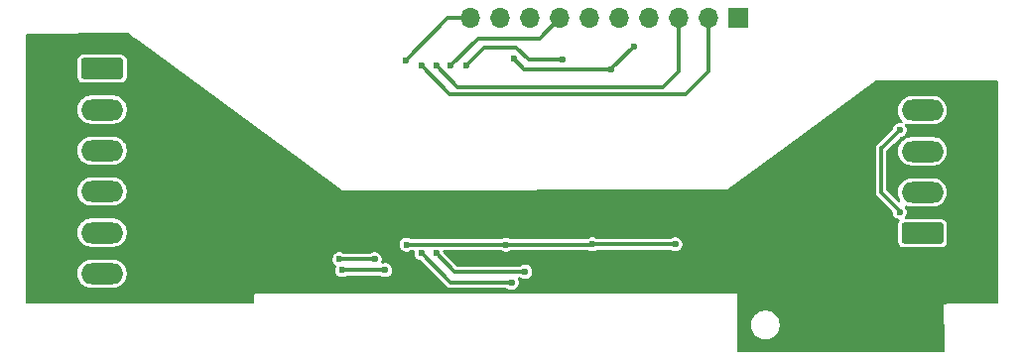
<source format=gbl>
%TF.GenerationSoftware,KiCad,Pcbnew,9.0.3*%
%TF.CreationDate,2025-12-31T10:25:08+01:00*%
%TF.ProjectId,REG1-App-OneWire,52454731-2d41-4707-902d-4f6e65576972,V01.10*%
%TF.SameCoordinates,Original*%
%TF.FileFunction,Copper,L2,Bot*%
%TF.FilePolarity,Positive*%
%FSLAX46Y46*%
G04 Gerber Fmt 4.6, Leading zero omitted, Abs format (unit mm)*
G04 Created by KiCad (PCBNEW 9.0.3) date 2025-12-31 10:25:08*
%MOMM*%
%LPD*%
G01*
G04 APERTURE LIST*
G04 Aperture macros list*
%AMRoundRect*
0 Rectangle with rounded corners*
0 $1 Rounding radius*
0 $2 $3 $4 $5 $6 $7 $8 $9 X,Y pos of 4 corners*
0 Add a 4 corners polygon primitive as box body*
4,1,4,$2,$3,$4,$5,$6,$7,$8,$9,$2,$3,0*
0 Add four circle primitives for the rounded corners*
1,1,$1+$1,$2,$3*
1,1,$1+$1,$4,$5*
1,1,$1+$1,$6,$7*
1,1,$1+$1,$8,$9*
0 Add four rect primitives between the rounded corners*
20,1,$1+$1,$2,$3,$4,$5,0*
20,1,$1+$1,$4,$5,$6,$7,0*
20,1,$1+$1,$6,$7,$8,$9,0*
20,1,$1+$1,$8,$9,$2,$3,0*%
G04 Aperture macros list end*
%TA.AperFunction,ComponentPad*%
%ADD10RoundRect,0.250000X-1.550000X0.650000X-1.550000X-0.650000X1.550000X-0.650000X1.550000X0.650000X0*%
%TD*%
%TA.AperFunction,ComponentPad*%
%ADD11O,3.600000X1.800000*%
%TD*%
%TA.AperFunction,ComponentPad*%
%ADD12RoundRect,0.250000X1.550000X-0.650000X1.550000X0.650000X-1.550000X0.650000X-1.550000X-0.650000X0*%
%TD*%
%TA.AperFunction,ComponentPad*%
%ADD13R,1.700000X1.700000*%
%TD*%
%TA.AperFunction,ComponentPad*%
%ADD14O,1.700000X1.700000*%
%TD*%
%TA.AperFunction,ViaPad*%
%ADD15C,0.600000*%
%TD*%
%TA.AperFunction,Conductor*%
%ADD16C,0.300000*%
%TD*%
%TA.AperFunction,Conductor*%
%ADD17C,0.160000*%
%TD*%
G04 APERTURE END LIST*
D10*
%TO.P,J10,1,Pin_1*%
%TO.N,/OneWire/1WIRE_GND*%
X76500000Y-98600000D03*
D11*
%TO.P,J10,2,Pin_2*%
%TO.N,/OneWire/1WIRE_DATA*%
X76500000Y-102100000D03*
%TO.P,J10,3,Pin_3*%
%TO.N,/OneWire/1WIRE_VDD*%
X76500000Y-105600000D03*
%TO.P,J10,4,Pin_4*%
%TO.N,/OneWire/1WIRE_GND*%
X76500000Y-109100000D03*
%TO.P,J10,5,Pin_5*%
%TO.N,/OneWire/1WIRE_DATA*%
X76500000Y-112600000D03*
%TO.P,J10,6,Pin_6*%
%TO.N,/OneWire/1WIRE_VDD*%
X76500000Y-116100000D03*
%TD*%
D12*
%TO.P,J2,1,Pin_1*%
%TO.N,Net-(J2-Pin_1)*%
X146500000Y-112660000D03*
D11*
%TO.P,J2,2,Pin_2*%
%TO.N,/OneWire/BI1_ISO*%
X146500000Y-109160000D03*
%TO.P,J2,3,Pin_3*%
%TO.N,Net-(J2-Pin_3)*%
X146500000Y-105660000D03*
%TO.P,J2,4,Pin_4*%
%TO.N,/OneWire/BI2_ISO*%
X146500000Y-102160000D03*
%TD*%
D13*
%TO.P,J1,1,GP16*%
%TO.N,unconnected-(J1-GP16-Pad1)*%
X130760000Y-94300000D03*
D14*
%TO.P,J1,2,GP17*%
%TO.N,/OneWire/BI2*%
X128220000Y-94300000D03*
%TO.P,J1,3,GP18*%
%TO.N,/OneWire/BI1*%
X125680000Y-94300000D03*
%TO.P,J1,4,GP26*%
%TO.N,/OneWire/I2C1_SDA*%
X123140000Y-94300000D03*
%TO.P,J1,5,GP27*%
%TO.N,/OneWire/I2C1_SCL*%
X120600000Y-94300000D03*
%TO.P,J1,6,GP28*%
%TO.N,/OneWire/1WIRE_ENABLE_5V*%
X118060000Y-94300000D03*
%TO.P,J1,7,GP29*%
%TO.N,/OneWire/1WIRE_FAULT*%
X115520000Y-94300000D03*
%TO.P,J1,8,GND*%
%TO.N,/OneWire/GND*%
X112980000Y-94300000D03*
%TO.P,J1,9,3V3*%
%TO.N,/OneWire/3V3*%
X110440000Y-94300000D03*
%TO.P,J1,10,VCC2*%
%TO.N,/OneWire/VCC2*%
X107900000Y-94300000D03*
%TD*%
D15*
%TO.N,/OneWire/3V3*%
X111630000Y-97760000D03*
%TO.N,/OneWire/1WIRE_ENABLE_5V*%
X115830000Y-97850000D03*
%TO.N,/OneWire/VCC2*%
X102380000Y-97940000D03*
%TO.N,GND_ISO*%
X85475000Y-115335000D03*
X82870000Y-105000000D03*
X101210000Y-112670000D03*
X144560000Y-100500000D03*
X86150000Y-106850000D03*
X114510000Y-112760000D03*
X89050000Y-110270000D03*
X144560000Y-107460000D03*
X109020000Y-114580000D03*
X88680000Y-117870000D03*
X130590000Y-110120000D03*
%TO.N,VCC2_ISO*%
X110980000Y-113620000D03*
X144560000Y-103850000D03*
X125430000Y-113600000D03*
X102480000Y-113620000D03*
X144560000Y-110850000D03*
X118330000Y-113600000D03*
%TO.N,MIC2090_FAULT*%
X96760000Y-114860000D03*
X99760000Y-114860000D03*
%TO.N,/OneWire/1WIRE_FAULT*%
X106270000Y-98340000D03*
%TO.N,/OneWire/1WIRE_ENABLE_5V*%
X107549900Y-98340000D03*
%TO.N,/OneWire/3V3*%
X121880000Y-96680000D03*
X119990000Y-98660000D03*
%TO.N,MIC2090_EN*%
X96990000Y-115800000D03*
X100660000Y-115800000D03*
%TO.N,/OneWire/BI2*%
X103739900Y-98340000D03*
%TO.N,/OneWire/BI1*%
X105009900Y-98340000D03*
%TO.N,Net-(U4-VI3)*%
X112610000Y-115940000D03*
X105009900Y-114360000D03*
%TO.N,Net-(U4-VI4)*%
X103750000Y-114360000D03*
X111460000Y-116870000D03*
%TD*%
D16*
%TO.N,/OneWire/1WIRE_ENABLE_5V*%
X111860000Y-96800000D02*
X109089900Y-96800000D01*
X115830000Y-97850000D02*
X112910000Y-97850000D01*
X112910000Y-97850000D02*
X111860000Y-96800000D01*
X109089900Y-96800000D02*
X107549900Y-98340000D01*
%TO.N,/OneWire/3V3*%
X119990000Y-98660000D02*
X112530000Y-98660000D01*
X112530000Y-98660000D02*
X111630000Y-97760000D01*
X119990000Y-98660000D02*
X119990000Y-98570000D01*
X119990000Y-98570000D02*
X121880000Y-96680000D01*
%TO.N,/OneWire/1WIRE_FAULT*%
X115520000Y-94300000D02*
X113815000Y-96005000D01*
X113815000Y-96005000D02*
X108605000Y-96005000D01*
X108605000Y-96005000D02*
X106270000Y-98340000D01*
%TO.N,/OneWire/3V3*%
X110440000Y-94570000D02*
X110440000Y-94300000D01*
%TO.N,/OneWire/VCC2*%
X107840000Y-94360000D02*
X107900000Y-94300000D01*
X106020000Y-94300000D02*
X107900000Y-94300000D01*
X102380000Y-97940000D02*
X106020000Y-94300000D01*
%TO.N,/OneWire/1WIRE_GND*%
X77439400Y-109100000D02*
X76500000Y-109100000D01*
%TO.N,VCC2_ISO*%
X118330000Y-113600000D02*
X125430000Y-113600000D01*
X118310000Y-113620000D02*
X118330000Y-113600000D01*
X110980000Y-113620000D02*
X103410000Y-113620000D01*
X142970000Y-109170000D02*
X142970000Y-105350000D01*
X117730000Y-113620000D02*
X118310000Y-113620000D01*
X144560000Y-110850000D02*
X144560000Y-110760000D01*
X110980000Y-113620000D02*
X117730000Y-113620000D01*
X143060000Y-105350000D02*
X144560000Y-103850000D01*
X144560000Y-110760000D02*
X142970000Y-109170000D01*
X103410000Y-113620000D02*
X102540000Y-113620000D01*
X102540000Y-113620000D02*
X102480000Y-113560000D01*
%TO.N,MIC2090_FAULT*%
X96760000Y-114860000D02*
X99760000Y-114860000D01*
%TO.N,MIC2090_EN*%
X96990000Y-115800000D02*
X100660000Y-115800000D01*
%TO.N,/OneWire/BI2*%
X125010000Y-100790000D02*
X126290000Y-100790000D01*
X106189900Y-100790000D02*
X125010000Y-100790000D01*
X126290000Y-100790000D02*
X128220000Y-98860000D01*
X103739900Y-98340000D02*
X106189900Y-100790000D01*
X128220000Y-98860000D02*
X128220000Y-94300000D01*
%TO.N,/OneWire/BI1*%
X105009900Y-98340000D02*
X106864900Y-100195000D01*
X106864900Y-100195000D02*
X124335000Y-100195000D01*
X125680000Y-98850000D02*
X125680000Y-94300000D01*
X124335000Y-100195000D02*
X125680000Y-98850000D01*
%TO.N,Net-(U4-VI3)*%
X112610000Y-115940000D02*
X106589900Y-115940000D01*
X106589900Y-115940000D02*
X105009900Y-114360000D01*
%TO.N,Net-(U4-VI4)*%
X111460000Y-116870000D02*
X106260000Y-116870000D01*
X106260000Y-116870000D02*
X103750000Y-114360000D01*
D17*
%TO.N,Net-(J2-Pin_3)*%
X144930000Y-105500000D02*
X146500000Y-105500000D01*
D16*
%TO.N,/OneWire/1WIRE_ENABLE_5V*%
X107769900Y-98120000D02*
X107549900Y-98340000D01*
%TD*%
%TA.AperFunction,Conductor*%
%TO.N,GND_ISO*%
G36*
X78833779Y-95570262D02*
G01*
X78841015Y-95575223D01*
X78959755Y-95662972D01*
X78986371Y-95689804D01*
X79065241Y-95798359D01*
X79201641Y-95934759D01*
X79357698Y-96048141D01*
X79529571Y-96135715D01*
X79635131Y-96170013D01*
X79670505Y-96188218D01*
X93696440Y-106553432D01*
X96991586Y-108988556D01*
X129873389Y-108938601D01*
X134829430Y-105290691D01*
X142519500Y-105290691D01*
X142519500Y-105290693D01*
X142519500Y-109229308D01*
X142543712Y-109319672D01*
X142550200Y-109343885D01*
X142550200Y-109343886D01*
X142575267Y-109387303D01*
X142609511Y-109446614D01*
X142609513Y-109446616D01*
X143923181Y-110760284D01*
X143956666Y-110821607D01*
X143959500Y-110847965D01*
X143959500Y-110929056D01*
X144000423Y-111081783D01*
X144000426Y-111081790D01*
X144079475Y-111218709D01*
X144079479Y-111218714D01*
X144079480Y-111218716D01*
X144191284Y-111330520D01*
X144191286Y-111330521D01*
X144191290Y-111330524D01*
X144289130Y-111387011D01*
X144328216Y-111409577D01*
X144471052Y-111447849D01*
X144530712Y-111484214D01*
X144561241Y-111547061D01*
X144552946Y-111616436D01*
X144537762Y-111642549D01*
X144465639Y-111737656D01*
X144410122Y-111878438D01*
X144404188Y-111927853D01*
X144399500Y-111966898D01*
X144399500Y-113353102D01*
X144403716Y-113388209D01*
X144410122Y-113441561D01*
X144465639Y-113582343D01*
X144557077Y-113702922D01*
X144677656Y-113794360D01*
X144677657Y-113794360D01*
X144677658Y-113794361D01*
X144818436Y-113849877D01*
X144906898Y-113860500D01*
X144906903Y-113860500D01*
X148093097Y-113860500D01*
X148093102Y-113860500D01*
X148181564Y-113849877D01*
X148322342Y-113794361D01*
X148442922Y-113702922D01*
X148534361Y-113582342D01*
X148589877Y-113441564D01*
X148600500Y-113353102D01*
X148600500Y-111966898D01*
X148589877Y-111878436D01*
X148534361Y-111737658D01*
X148534360Y-111737657D01*
X148534360Y-111737656D01*
X148442922Y-111617077D01*
X148322343Y-111525639D01*
X148181561Y-111470122D01*
X148135926Y-111464642D01*
X148093102Y-111459500D01*
X145099098Y-111459500D01*
X145032059Y-111439815D01*
X144986304Y-111387011D01*
X144976360Y-111317853D01*
X145005385Y-111254297D01*
X145011417Y-111247819D01*
X145040520Y-111218716D01*
X145119577Y-111081784D01*
X145160500Y-110929057D01*
X145160500Y-110770943D01*
X145119577Y-110618216D01*
X145119573Y-110618209D01*
X145040524Y-110481290D01*
X145040521Y-110481287D01*
X145040520Y-110481284D01*
X145040517Y-110481281D01*
X145037497Y-110477345D01*
X145012302Y-110412176D01*
X145026340Y-110343731D01*
X145075153Y-110293741D01*
X145143244Y-110278076D01*
X145174185Y-110283924D01*
X145274605Y-110316553D01*
X145318881Y-110330940D01*
X145505514Y-110360500D01*
X145505519Y-110360500D01*
X147494486Y-110360500D01*
X147681118Y-110330940D01*
X147860832Y-110272547D01*
X148029199Y-110186760D01*
X148182073Y-110075690D01*
X148315690Y-109942073D01*
X148426760Y-109789199D01*
X148512547Y-109620832D01*
X148570940Y-109441118D01*
X148590175Y-109319672D01*
X148600500Y-109254486D01*
X148600500Y-109065513D01*
X148570940Y-108878881D01*
X148512545Y-108699163D01*
X148426759Y-108530800D01*
X148315690Y-108377927D01*
X148182073Y-108244310D01*
X148029199Y-108133240D01*
X147860836Y-108047454D01*
X147681118Y-107989059D01*
X147494486Y-107959500D01*
X147494481Y-107959500D01*
X145505519Y-107959500D01*
X145505514Y-107959500D01*
X145318881Y-107989059D01*
X145139163Y-108047454D01*
X144970800Y-108133240D01*
X144900507Y-108184312D01*
X144817927Y-108244310D01*
X144817925Y-108244312D01*
X144817924Y-108244312D01*
X144684312Y-108377924D01*
X144684312Y-108377925D01*
X144684310Y-108377927D01*
X144636610Y-108443579D01*
X144573240Y-108530800D01*
X144487454Y-108699163D01*
X144429059Y-108878881D01*
X144399500Y-109065513D01*
X144399500Y-109254486D01*
X144429059Y-109441118D01*
X144487454Y-109620836D01*
X144573244Y-109789207D01*
X144574914Y-109791932D01*
X144575232Y-109793108D01*
X144575452Y-109793540D01*
X144575361Y-109793586D01*
X144593158Y-109859378D01*
X144572041Y-109925980D01*
X144518268Y-109970592D01*
X144448912Y-109979051D01*
X144385993Y-109948671D01*
X144381505Y-109944401D01*
X143456819Y-109019715D01*
X143423334Y-108958392D01*
X143420500Y-108932034D01*
X143420500Y-105677965D01*
X143429144Y-105648524D01*
X143435668Y-105618538D01*
X143439422Y-105613522D01*
X143440185Y-105610926D01*
X143456819Y-105590284D01*
X143481590Y-105565513D01*
X144399500Y-105565513D01*
X144399500Y-105754486D01*
X144429059Y-105941118D01*
X144487454Y-106120836D01*
X144573240Y-106289199D01*
X144684310Y-106442073D01*
X144817927Y-106575690D01*
X144970801Y-106686760D01*
X145021407Y-106712545D01*
X145139163Y-106772545D01*
X145139165Y-106772545D01*
X145139168Y-106772547D01*
X145225198Y-106800500D01*
X145318881Y-106830940D01*
X145505514Y-106860500D01*
X145505519Y-106860500D01*
X147494486Y-106860500D01*
X147681118Y-106830940D01*
X147860832Y-106772547D01*
X148029199Y-106686760D01*
X148182073Y-106575690D01*
X148315690Y-106442073D01*
X148426760Y-106289199D01*
X148512547Y-106120832D01*
X148570940Y-105941118D01*
X148580443Y-105881118D01*
X148600500Y-105754486D01*
X148600500Y-105565513D01*
X148570940Y-105378881D01*
X148512545Y-105199163D01*
X148467290Y-105110347D01*
X148426760Y-105030801D01*
X148315690Y-104877927D01*
X148182073Y-104744310D01*
X148029199Y-104633240D01*
X147860836Y-104547454D01*
X147681118Y-104489059D01*
X147494486Y-104459500D01*
X147494481Y-104459500D01*
X145505519Y-104459500D01*
X145505514Y-104459500D01*
X145318881Y-104489059D01*
X145139163Y-104547454D01*
X144970800Y-104633240D01*
X144900507Y-104684312D01*
X144817927Y-104744310D01*
X144817925Y-104744312D01*
X144817924Y-104744312D01*
X144684312Y-104877924D01*
X144684312Y-104877925D01*
X144684310Y-104877927D01*
X144658719Y-104913150D01*
X144573240Y-105030800D01*
X144487454Y-105199163D01*
X144429059Y-105378881D01*
X144399500Y-105565513D01*
X143481590Y-105565513D01*
X143574137Y-105472966D01*
X144057594Y-104989509D01*
X144560404Y-104486698D01*
X144621725Y-104453215D01*
X144631901Y-104451441D01*
X144639045Y-104450500D01*
X144639057Y-104450500D01*
X144791784Y-104409577D01*
X144928716Y-104330520D01*
X145040520Y-104218716D01*
X145119577Y-104081784D01*
X145160500Y-103929057D01*
X145160500Y-103770943D01*
X145119577Y-103618216D01*
X145119573Y-103618209D01*
X145040524Y-103481290D01*
X145040521Y-103481287D01*
X145040520Y-103481284D01*
X145040517Y-103481281D01*
X145037497Y-103477345D01*
X145012302Y-103412176D01*
X145026340Y-103343731D01*
X145075153Y-103293741D01*
X145143244Y-103278076D01*
X145174185Y-103283924D01*
X145274605Y-103316553D01*
X145318881Y-103330940D01*
X145505514Y-103360500D01*
X145505519Y-103360500D01*
X147494486Y-103360500D01*
X147681118Y-103330940D01*
X147860832Y-103272547D01*
X148029199Y-103186760D01*
X148182073Y-103075690D01*
X148315690Y-102942073D01*
X148426760Y-102789199D01*
X148512547Y-102620832D01*
X148570940Y-102441118D01*
X148580443Y-102381118D01*
X148600500Y-102254486D01*
X148600500Y-102065513D01*
X148570940Y-101878881D01*
X148512545Y-101699163D01*
X148426759Y-101530800D01*
X148315690Y-101377927D01*
X148182073Y-101244310D01*
X148029199Y-101133240D01*
X147860836Y-101047454D01*
X147681118Y-100989059D01*
X147494486Y-100959500D01*
X147494481Y-100959500D01*
X145505519Y-100959500D01*
X145505514Y-100959500D01*
X145318881Y-100989059D01*
X145139163Y-101047454D01*
X144970800Y-101133240D01*
X144900507Y-101184312D01*
X144817927Y-101244310D01*
X144817925Y-101244312D01*
X144817924Y-101244312D01*
X144684312Y-101377924D01*
X144684312Y-101377925D01*
X144684310Y-101377927D01*
X144636610Y-101443579D01*
X144573240Y-101530800D01*
X144487454Y-101699163D01*
X144429059Y-101878881D01*
X144399500Y-102065513D01*
X144399500Y-102254486D01*
X144429059Y-102441118D01*
X144487454Y-102620836D01*
X144573240Y-102789199D01*
X144684310Y-102942073D01*
X144684312Y-102942075D01*
X144793596Y-103051359D01*
X144827081Y-103112682D01*
X144822097Y-103182374D01*
X144780225Y-103238307D01*
X144714761Y-103262724D01*
X144673823Y-103258815D01*
X144639058Y-103249500D01*
X144639057Y-103249500D01*
X144480943Y-103249500D01*
X144328216Y-103290423D01*
X144328209Y-103290426D01*
X144191290Y-103369475D01*
X144191282Y-103369481D01*
X144079481Y-103481282D01*
X144079475Y-103481290D01*
X144000426Y-103618209D01*
X144000423Y-103618216D01*
X143959498Y-103770949D01*
X143958556Y-103778107D01*
X143930287Y-103842003D01*
X143923299Y-103849597D01*
X142883239Y-104889656D01*
X142827654Y-104921749D01*
X142796118Y-104930199D01*
X142796114Y-104930201D01*
X142693390Y-104989509D01*
X142693384Y-104989513D01*
X142609513Y-105073384D01*
X142609511Y-105073387D01*
X142550201Y-105176114D01*
X142519500Y-105290691D01*
X134829430Y-105290691D01*
X142530661Y-99622175D01*
X142596319Y-99598289D01*
X142604524Y-99598042D01*
X152850881Y-99629240D01*
X152917857Y-99649128D01*
X152963451Y-99702071D01*
X152974500Y-99753239D01*
X152974500Y-115609894D01*
X152974496Y-115610868D01*
X152951402Y-118551474D01*
X152931192Y-118618357D01*
X152878030Y-118663695D01*
X152827406Y-118674500D01*
X148608285Y-118674500D01*
X148600000Y-118674500D01*
X148564284Y-118674500D01*
X148564282Y-118674500D01*
X148564279Y-118674501D01*
X148531186Y-118685253D01*
X148491795Y-118691316D01*
X148340000Y-118689999D01*
X148374494Y-122242881D01*
X148374500Y-122244085D01*
X148374500Y-122686219D01*
X148354815Y-122753258D01*
X148302011Y-122799013D01*
X148250711Y-122810219D01*
X130864211Y-122839788D01*
X130797138Y-122820217D01*
X130751293Y-122767491D01*
X130740000Y-122715788D01*
X130740000Y-120403551D01*
X131874500Y-120403551D01*
X131874500Y-120596448D01*
X131904675Y-120786969D01*
X131904676Y-120786972D01*
X131964285Y-120970429D01*
X132051859Y-121142302D01*
X132165241Y-121298359D01*
X132301641Y-121434759D01*
X132457698Y-121548141D01*
X132629571Y-121635715D01*
X132813028Y-121695324D01*
X133003551Y-121725500D01*
X133003552Y-121725500D01*
X133196448Y-121725500D01*
X133196449Y-121725500D01*
X133386972Y-121695324D01*
X133570429Y-121635715D01*
X133742302Y-121548141D01*
X133898359Y-121434759D01*
X134034759Y-121298359D01*
X134148141Y-121142302D01*
X134235715Y-120970429D01*
X134295324Y-120786972D01*
X134325500Y-120596449D01*
X134325500Y-120403551D01*
X134295324Y-120213028D01*
X134235715Y-120029571D01*
X134148141Y-119857698D01*
X134034759Y-119701641D01*
X133898359Y-119565241D01*
X133742302Y-119451859D01*
X133570429Y-119364285D01*
X133386972Y-119304676D01*
X133386970Y-119304675D01*
X133386969Y-119304675D01*
X133240614Y-119281495D01*
X133196449Y-119274500D01*
X133003551Y-119274500D01*
X132967697Y-119280178D01*
X132813030Y-119304675D01*
X132629568Y-119364286D01*
X132457697Y-119451859D01*
X132393400Y-119498574D01*
X132301641Y-119565241D01*
X132301639Y-119565243D01*
X132301638Y-119565243D01*
X132165243Y-119701638D01*
X132165243Y-119701639D01*
X132165241Y-119701641D01*
X132139389Y-119737223D01*
X132051859Y-119857697D01*
X131964286Y-120029568D01*
X131904675Y-120213030D01*
X131874500Y-120403551D01*
X130740000Y-120403551D01*
X130740000Y-117819999D01*
X89520000Y-117789999D01*
X89519999Y-117790000D01*
X89508791Y-117950638D01*
X89498767Y-117986801D01*
X89499588Y-117987068D01*
X89474501Y-118064278D01*
X89474500Y-118064286D01*
X89474500Y-118437850D01*
X89474199Y-118446481D01*
X89468033Y-118534848D01*
X89443730Y-118600355D01*
X89387869Y-118642323D01*
X89344568Y-118650217D01*
X78840281Y-118669999D01*
X78839766Y-118669999D01*
X70149219Y-118650336D01*
X70082225Y-118630499D01*
X70036589Y-118577592D01*
X70025500Y-118526336D01*
X70025500Y-116005513D01*
X74399500Y-116005513D01*
X74399500Y-116194486D01*
X74429059Y-116381118D01*
X74487454Y-116560836D01*
X74573240Y-116729199D01*
X74684310Y-116882073D01*
X74817927Y-117015690D01*
X74970801Y-117126760D01*
X75050347Y-117167290D01*
X75139163Y-117212545D01*
X75139165Y-117212545D01*
X75139168Y-117212547D01*
X75235497Y-117243846D01*
X75318881Y-117270940D01*
X75505514Y-117300500D01*
X75505519Y-117300500D01*
X77494486Y-117300500D01*
X77681118Y-117270940D01*
X77860832Y-117212547D01*
X78029199Y-117126760D01*
X78182073Y-117015690D01*
X78315690Y-116882073D01*
X78426760Y-116729199D01*
X78512547Y-116560832D01*
X78570940Y-116381118D01*
X78578287Y-116334731D01*
X78600500Y-116194486D01*
X78600500Y-116005513D01*
X78570940Y-115818881D01*
X78512545Y-115639163D01*
X78452733Y-115521777D01*
X78426760Y-115470801D01*
X78315690Y-115317927D01*
X78182073Y-115184310D01*
X78029199Y-115073240D01*
X77860836Y-114987454D01*
X77681118Y-114929059D01*
X77494486Y-114899500D01*
X77494481Y-114899500D01*
X75505519Y-114899500D01*
X75505514Y-114899500D01*
X75318881Y-114929059D01*
X75139163Y-114987454D01*
X74970800Y-115073240D01*
X74945277Y-115091784D01*
X74817927Y-115184310D01*
X74817925Y-115184312D01*
X74817924Y-115184312D01*
X74684312Y-115317924D01*
X74684312Y-115317925D01*
X74684310Y-115317927D01*
X74661371Y-115349500D01*
X74573240Y-115470800D01*
X74487454Y-115639163D01*
X74429059Y-115818881D01*
X74399500Y-116005513D01*
X70025500Y-116005513D01*
X70025500Y-114780943D01*
X96159500Y-114780943D01*
X96159500Y-114939057D01*
X96174946Y-114996700D01*
X96200423Y-115091783D01*
X96200426Y-115091790D01*
X96279475Y-115228709D01*
X96279479Y-115228714D01*
X96279480Y-115228716D01*
X96391284Y-115340520D01*
X96411844Y-115352390D01*
X96460060Y-115402955D01*
X96473285Y-115471562D01*
X96457234Y-115521777D01*
X96430423Y-115568215D01*
X96430423Y-115568216D01*
X96389500Y-115720943D01*
X96389500Y-115879057D01*
X96427013Y-116019055D01*
X96430423Y-116031783D01*
X96430426Y-116031790D01*
X96509475Y-116168709D01*
X96509479Y-116168714D01*
X96509480Y-116168716D01*
X96621284Y-116280520D01*
X96621286Y-116280521D01*
X96621290Y-116280524D01*
X96715181Y-116334731D01*
X96758216Y-116359577D01*
X96910943Y-116400500D01*
X96910945Y-116400500D01*
X97069055Y-116400500D01*
X97069057Y-116400500D01*
X97221784Y-116359577D01*
X97358716Y-116280520D01*
X97358721Y-116280514D01*
X97364443Y-116276125D01*
X97429612Y-116250930D01*
X97439931Y-116250500D01*
X100210069Y-116250500D01*
X100277108Y-116270185D01*
X100285557Y-116276125D01*
X100291281Y-116280517D01*
X100291284Y-116280520D01*
X100291287Y-116280521D01*
X100291290Y-116280524D01*
X100385181Y-116334731D01*
X100428216Y-116359577D01*
X100580943Y-116400500D01*
X100580945Y-116400500D01*
X100739055Y-116400500D01*
X100739057Y-116400500D01*
X100891784Y-116359577D01*
X101028716Y-116280520D01*
X101140520Y-116168716D01*
X101219577Y-116031784D01*
X101260500Y-115879057D01*
X101260500Y-115720943D01*
X101219577Y-115568216D01*
X101174131Y-115489500D01*
X101140524Y-115431290D01*
X101140518Y-115431282D01*
X101028717Y-115319481D01*
X101028709Y-115319475D01*
X100891790Y-115240426D01*
X100891786Y-115240424D01*
X100891784Y-115240423D01*
X100739057Y-115199500D01*
X100580943Y-115199500D01*
X100475720Y-115227694D01*
X100405870Y-115226031D01*
X100348008Y-115186868D01*
X100320504Y-115122639D01*
X100323851Y-115075831D01*
X100360500Y-114939057D01*
X100360500Y-114780943D01*
X100319577Y-114628216D01*
X100298543Y-114591783D01*
X100240524Y-114491290D01*
X100240518Y-114491282D01*
X100128717Y-114379481D01*
X100128709Y-114379475D01*
X99991790Y-114300426D01*
X99991786Y-114300424D01*
X99991784Y-114300423D01*
X99839057Y-114259500D01*
X99680943Y-114259500D01*
X99528216Y-114300423D01*
X99528209Y-114300426D01*
X99391290Y-114379475D01*
X99385557Y-114383875D01*
X99320388Y-114409070D01*
X99310069Y-114409500D01*
X97209931Y-114409500D01*
X97142892Y-114389815D01*
X97134443Y-114383875D01*
X97128709Y-114379475D01*
X96991790Y-114300426D01*
X96991786Y-114300424D01*
X96991784Y-114300423D01*
X96839057Y-114259500D01*
X96680943Y-114259500D01*
X96528216Y-114300423D01*
X96528209Y-114300426D01*
X96391290Y-114379475D01*
X96391282Y-114379481D01*
X96279481Y-114491282D01*
X96279475Y-114491290D01*
X96200426Y-114628209D01*
X96200423Y-114628216D01*
X96159500Y-114780943D01*
X70025500Y-114780943D01*
X70025500Y-112505513D01*
X74399500Y-112505513D01*
X74399500Y-112694486D01*
X74429059Y-112881118D01*
X74487454Y-113060836D01*
X74542822Y-113169500D01*
X74573240Y-113229199D01*
X74684310Y-113382073D01*
X74817927Y-113515690D01*
X74970801Y-113626760D01*
X75050347Y-113667290D01*
X75139163Y-113712545D01*
X75139165Y-113712545D01*
X75139168Y-113712547D01*
X75235497Y-113743846D01*
X75318881Y-113770940D01*
X75505514Y-113800500D01*
X75505519Y-113800500D01*
X77494486Y-113800500D01*
X77681118Y-113770940D01*
X77860832Y-113712547D01*
X78029199Y-113626760D01*
X78147315Y-113540943D01*
X101879500Y-113540943D01*
X101879500Y-113699057D01*
X101905037Y-113794360D01*
X101920423Y-113851783D01*
X101920426Y-113851790D01*
X101999475Y-113988709D01*
X101999479Y-113988714D01*
X101999480Y-113988716D01*
X102111284Y-114100520D01*
X102111286Y-114100521D01*
X102111290Y-114100524D01*
X102248209Y-114179573D01*
X102248216Y-114179577D01*
X102400943Y-114220500D01*
X102400945Y-114220500D01*
X102559055Y-114220500D01*
X102559057Y-114220500D01*
X102711784Y-114179577D01*
X102848716Y-114100520D01*
X102848721Y-114100514D01*
X102854443Y-114096125D01*
X102875765Y-114087881D01*
X102894996Y-114075523D01*
X102915272Y-114072607D01*
X102919612Y-114070930D01*
X102929931Y-114070500D01*
X103044288Y-114070500D01*
X103111327Y-114090185D01*
X103157082Y-114142989D01*
X103167026Y-114212147D01*
X103164063Y-114226593D01*
X103149500Y-114280943D01*
X103149500Y-114439056D01*
X103190423Y-114591783D01*
X103190426Y-114591790D01*
X103269475Y-114728709D01*
X103269479Y-114728714D01*
X103269480Y-114728716D01*
X103381284Y-114840520D01*
X103381286Y-114840521D01*
X103381290Y-114840524D01*
X103483441Y-114899500D01*
X103518216Y-114919577D01*
X103670943Y-114960500D01*
X103670945Y-114960500D01*
X103678099Y-114961442D01*
X103741996Y-114989707D01*
X103749597Y-114996700D01*
X105983386Y-117230489D01*
X106086113Y-117289799D01*
X106110321Y-117296284D01*
X106110324Y-117296286D01*
X106110325Y-117296286D01*
X106126052Y-117300500D01*
X106200691Y-117320500D01*
X111010069Y-117320500D01*
X111077108Y-117340185D01*
X111085557Y-117346125D01*
X111091281Y-117350517D01*
X111091284Y-117350520D01*
X111091287Y-117350521D01*
X111091290Y-117350524D01*
X111228209Y-117429573D01*
X111228216Y-117429577D01*
X111380943Y-117470500D01*
X111380945Y-117470500D01*
X111539055Y-117470500D01*
X111539057Y-117470500D01*
X111691784Y-117429577D01*
X111828716Y-117350520D01*
X111940520Y-117238716D01*
X112019577Y-117101784D01*
X112060500Y-116949057D01*
X112060500Y-116790943D01*
X112019577Y-116638216D01*
X111983944Y-116576498D01*
X111982513Y-116570597D01*
X111978539Y-116566011D01*
X111974374Y-116537048D01*
X111967473Y-116508599D01*
X111969458Y-116502861D01*
X111968595Y-116496853D01*
X111980752Y-116470231D01*
X111990326Y-116442572D01*
X111995098Y-116438819D01*
X111997620Y-116433297D01*
X112022242Y-116417473D01*
X112045248Y-116399382D01*
X112052597Y-116397965D01*
X112056398Y-116395523D01*
X112091333Y-116390500D01*
X112160069Y-116390500D01*
X112227108Y-116410185D01*
X112235557Y-116416125D01*
X112241281Y-116420517D01*
X112241284Y-116420520D01*
X112241287Y-116420521D01*
X112241290Y-116420524D01*
X112373498Y-116496853D01*
X112378216Y-116499577D01*
X112530943Y-116540500D01*
X112530945Y-116540500D01*
X112689055Y-116540500D01*
X112689057Y-116540500D01*
X112841784Y-116499577D01*
X112978716Y-116420520D01*
X113090520Y-116308716D01*
X113169577Y-116171784D01*
X113210500Y-116019057D01*
X113210500Y-115860943D01*
X113169577Y-115708216D01*
X113169573Y-115708209D01*
X113090524Y-115571290D01*
X113090518Y-115571282D01*
X112978717Y-115459481D01*
X112978709Y-115459475D01*
X112841790Y-115380426D01*
X112841786Y-115380424D01*
X112841784Y-115380423D01*
X112689057Y-115339500D01*
X112530943Y-115339500D01*
X112378216Y-115380423D01*
X112378209Y-115380426D01*
X112241290Y-115459475D01*
X112235557Y-115463875D01*
X112170388Y-115489070D01*
X112160069Y-115489500D01*
X106827865Y-115489500D01*
X106760826Y-115469815D01*
X106740184Y-115453181D01*
X105646600Y-114359597D01*
X105638254Y-114344711D01*
X105626809Y-114333769D01*
X105618709Y-114309854D01*
X105613737Y-114300985D01*
X105610400Y-114287147D01*
X105610400Y-114280943D01*
X105595439Y-114225109D01*
X105595068Y-114223569D01*
X105596704Y-114190176D01*
X105597500Y-114156743D01*
X105598407Y-114155401D01*
X105598487Y-114153784D01*
X105617925Y-114126565D01*
X105636663Y-114098881D01*
X105638151Y-114098243D01*
X105639093Y-114096925D01*
X105670170Y-114084532D01*
X105700892Y-114071377D01*
X105703560Y-114071218D01*
X105703994Y-114071045D01*
X105704574Y-114071157D01*
X105715612Y-114070500D01*
X110530069Y-114070500D01*
X110597108Y-114090185D01*
X110605557Y-114096125D01*
X110611281Y-114100517D01*
X110611284Y-114100520D01*
X110611287Y-114100521D01*
X110611290Y-114100524D01*
X110748209Y-114179573D01*
X110748216Y-114179577D01*
X110900943Y-114220500D01*
X110900945Y-114220500D01*
X111059055Y-114220500D01*
X111059057Y-114220500D01*
X111211784Y-114179577D01*
X111348716Y-114100520D01*
X111348721Y-114100514D01*
X111354443Y-114096125D01*
X111419612Y-114070930D01*
X111429931Y-114070500D01*
X117670691Y-114070500D01*
X117910703Y-114070500D01*
X117972702Y-114087113D01*
X118069484Y-114142989D01*
X118098216Y-114159577D01*
X118250943Y-114200500D01*
X118250945Y-114200500D01*
X118409055Y-114200500D01*
X118409057Y-114200500D01*
X118561784Y-114159577D01*
X118698716Y-114080520D01*
X118698721Y-114080514D01*
X118704443Y-114076125D01*
X118769612Y-114050930D01*
X118779931Y-114050500D01*
X124980069Y-114050500D01*
X125047108Y-114070185D01*
X125055557Y-114076125D01*
X125061281Y-114080517D01*
X125061284Y-114080520D01*
X125061287Y-114080521D01*
X125061290Y-114080524D01*
X125169484Y-114142989D01*
X125198216Y-114159577D01*
X125350943Y-114200500D01*
X125350945Y-114200500D01*
X125509055Y-114200500D01*
X125509057Y-114200500D01*
X125661784Y-114159577D01*
X125798716Y-114080520D01*
X125910520Y-113968716D01*
X125989577Y-113831784D01*
X126030500Y-113679057D01*
X126030500Y-113520943D01*
X125989577Y-113368216D01*
X125980848Y-113353096D01*
X125910524Y-113231290D01*
X125910518Y-113231282D01*
X125798717Y-113119481D01*
X125798709Y-113119475D01*
X125661790Y-113040426D01*
X125661786Y-113040424D01*
X125661784Y-113040423D01*
X125509057Y-112999500D01*
X125350943Y-112999500D01*
X125198216Y-113040423D01*
X125198209Y-113040426D01*
X125061290Y-113119475D01*
X125055557Y-113123875D01*
X124990388Y-113149070D01*
X124980069Y-113149500D01*
X118779931Y-113149500D01*
X118712892Y-113129815D01*
X118704443Y-113123875D01*
X118698709Y-113119475D01*
X118561790Y-113040426D01*
X118561786Y-113040424D01*
X118561784Y-113040423D01*
X118409057Y-112999500D01*
X118250943Y-112999500D01*
X118098216Y-113040423D01*
X118098209Y-113040426D01*
X117961290Y-113119475D01*
X117961282Y-113119481D01*
X117947583Y-113133181D01*
X117886260Y-113166666D01*
X117859902Y-113169500D01*
X111429931Y-113169500D01*
X111362892Y-113149815D01*
X111354443Y-113143875D01*
X111348709Y-113139475D01*
X111211790Y-113060426D01*
X111211786Y-113060424D01*
X111211784Y-113060423D01*
X111059057Y-113019500D01*
X110900943Y-113019500D01*
X110748216Y-113060423D01*
X110748209Y-113060426D01*
X110611290Y-113139475D01*
X110605557Y-113143875D01*
X110540388Y-113169070D01*
X110530069Y-113169500D01*
X102929931Y-113169500D01*
X102862892Y-113149815D01*
X102854443Y-113143875D01*
X102848709Y-113139475D01*
X102711790Y-113060426D01*
X102711786Y-113060424D01*
X102711784Y-113060423D01*
X102559057Y-113019500D01*
X102400943Y-113019500D01*
X102248216Y-113060423D01*
X102248209Y-113060426D01*
X102111290Y-113139475D01*
X102111282Y-113139481D01*
X101999481Y-113251282D01*
X101999475Y-113251290D01*
X101920426Y-113388209D01*
X101920423Y-113388216D01*
X101879500Y-113540943D01*
X78147315Y-113540943D01*
X78182073Y-113515690D01*
X78315690Y-113382073D01*
X78426760Y-113229199D01*
X78512547Y-113060832D01*
X78570940Y-112881118D01*
X78600500Y-112694486D01*
X78600500Y-112505513D01*
X78570940Y-112318881D01*
X78512545Y-112139163D01*
X78426759Y-111970800D01*
X78423924Y-111966898D01*
X78315690Y-111817927D01*
X78182073Y-111684310D01*
X78029199Y-111573240D01*
X77977820Y-111547061D01*
X77860836Y-111487454D01*
X77681118Y-111429059D01*
X77494486Y-111399500D01*
X77494481Y-111399500D01*
X75505519Y-111399500D01*
X75505514Y-111399500D01*
X75318881Y-111429059D01*
X75139163Y-111487454D01*
X74970800Y-111573240D01*
X74911347Y-111616436D01*
X74817927Y-111684310D01*
X74817925Y-111684312D01*
X74817924Y-111684312D01*
X74684312Y-111817924D01*
X74684312Y-111817925D01*
X74684310Y-111817927D01*
X74640347Y-111878436D01*
X74573240Y-111970800D01*
X74487454Y-112139163D01*
X74429059Y-112318881D01*
X74399500Y-112505513D01*
X70025500Y-112505513D01*
X70025500Y-109005513D01*
X74399500Y-109005513D01*
X74399500Y-109194486D01*
X74429059Y-109381118D01*
X74487454Y-109560836D01*
X74518024Y-109620832D01*
X74573240Y-109729199D01*
X74684310Y-109882073D01*
X74817927Y-110015690D01*
X74970801Y-110126760D01*
X75050347Y-110167290D01*
X75139163Y-110212545D01*
X75139165Y-110212545D01*
X75139168Y-110212547D01*
X75235497Y-110243846D01*
X75318881Y-110270940D01*
X75505514Y-110300500D01*
X75505519Y-110300500D01*
X77494486Y-110300500D01*
X77681118Y-110270940D01*
X77860832Y-110212547D01*
X78029199Y-110126760D01*
X78182073Y-110015690D01*
X78315690Y-109882073D01*
X78426760Y-109729199D01*
X78512547Y-109560832D01*
X78570940Y-109381118D01*
X78580672Y-109319672D01*
X78600500Y-109194486D01*
X78600500Y-109005513D01*
X78570940Y-108818881D01*
X78512545Y-108639163D01*
X78426759Y-108470800D01*
X78315690Y-108317927D01*
X78182073Y-108184310D01*
X78029199Y-108073240D01*
X77860836Y-107987454D01*
X77681118Y-107929059D01*
X77494486Y-107899500D01*
X77494481Y-107899500D01*
X75505519Y-107899500D01*
X75505514Y-107899500D01*
X75318881Y-107929059D01*
X75139163Y-107987454D01*
X74970800Y-108073240D01*
X74888218Y-108133240D01*
X74817927Y-108184310D01*
X74817925Y-108184312D01*
X74817924Y-108184312D01*
X74684312Y-108317924D01*
X74684312Y-108317925D01*
X74684310Y-108317927D01*
X74640719Y-108377924D01*
X74573240Y-108470800D01*
X74487454Y-108639163D01*
X74429059Y-108818881D01*
X74399500Y-109005513D01*
X70025500Y-109005513D01*
X70025500Y-105505513D01*
X74399500Y-105505513D01*
X74399500Y-105694486D01*
X74429059Y-105881118D01*
X74487454Y-106060836D01*
X74518024Y-106120832D01*
X74573240Y-106229199D01*
X74684310Y-106382073D01*
X74817927Y-106515690D01*
X74970801Y-106626760D01*
X75050347Y-106667290D01*
X75139163Y-106712545D01*
X75139165Y-106712545D01*
X75139168Y-106712547D01*
X75235497Y-106743846D01*
X75318881Y-106770940D01*
X75505514Y-106800500D01*
X75505519Y-106800500D01*
X77494486Y-106800500D01*
X77681118Y-106770940D01*
X77860832Y-106712547D01*
X78029199Y-106626760D01*
X78182073Y-106515690D01*
X78315690Y-106382073D01*
X78426760Y-106229199D01*
X78512547Y-106060832D01*
X78570940Y-105881118D01*
X78600500Y-105694486D01*
X78600500Y-105505513D01*
X78570940Y-105318881D01*
X78532041Y-105199163D01*
X78512547Y-105139168D01*
X78512545Y-105139165D01*
X78512545Y-105139163D01*
X78426759Y-104970800D01*
X78397262Y-104930201D01*
X78315690Y-104817927D01*
X78182073Y-104684310D01*
X78029199Y-104573240D01*
X77860836Y-104487454D01*
X77681118Y-104429059D01*
X77494486Y-104399500D01*
X77494481Y-104399500D01*
X75505519Y-104399500D01*
X75505514Y-104399500D01*
X75318881Y-104429059D01*
X75139163Y-104487454D01*
X74970800Y-104573240D01*
X74888218Y-104633240D01*
X74817927Y-104684310D01*
X74817925Y-104684312D01*
X74817924Y-104684312D01*
X74684312Y-104817924D01*
X74684312Y-104817925D01*
X74684310Y-104817927D01*
X74640719Y-104877924D01*
X74573240Y-104970800D01*
X74487454Y-105139163D01*
X74429059Y-105318881D01*
X74399500Y-105505513D01*
X70025500Y-105505513D01*
X70025500Y-102005513D01*
X74399500Y-102005513D01*
X74399500Y-102194486D01*
X74429059Y-102381118D01*
X74487454Y-102560836D01*
X74518024Y-102620832D01*
X74573240Y-102729199D01*
X74684310Y-102882073D01*
X74817927Y-103015690D01*
X74970801Y-103126760D01*
X75050347Y-103167290D01*
X75139163Y-103212545D01*
X75139165Y-103212545D01*
X75139168Y-103212547D01*
X75218449Y-103238307D01*
X75318881Y-103270940D01*
X75505514Y-103300500D01*
X75505519Y-103300500D01*
X77494486Y-103300500D01*
X77681118Y-103270940D01*
X77706404Y-103262724D01*
X77860832Y-103212547D01*
X78029199Y-103126760D01*
X78182073Y-103015690D01*
X78315690Y-102882073D01*
X78426760Y-102729199D01*
X78512547Y-102560832D01*
X78570940Y-102381118D01*
X78600500Y-102194486D01*
X78600500Y-102005513D01*
X78570940Y-101818881D01*
X78512545Y-101639163D01*
X78426759Y-101470800D01*
X78315690Y-101317927D01*
X78182073Y-101184310D01*
X78029199Y-101073240D01*
X77860836Y-100987454D01*
X77681118Y-100929059D01*
X77494486Y-100899500D01*
X77494481Y-100899500D01*
X75505519Y-100899500D01*
X75505514Y-100899500D01*
X75318881Y-100929059D01*
X75139163Y-100987454D01*
X74970800Y-101073240D01*
X74888218Y-101133240D01*
X74817927Y-101184310D01*
X74817925Y-101184312D01*
X74817924Y-101184312D01*
X74684312Y-101317924D01*
X74684312Y-101317925D01*
X74684310Y-101317927D01*
X74640719Y-101377924D01*
X74573240Y-101470800D01*
X74487454Y-101639163D01*
X74429059Y-101818881D01*
X74399500Y-102005513D01*
X70025500Y-102005513D01*
X70025500Y-97906898D01*
X74399500Y-97906898D01*
X74399500Y-99293102D01*
X74405126Y-99339954D01*
X74410122Y-99381561D01*
X74465639Y-99522343D01*
X74557077Y-99642922D01*
X74677656Y-99734360D01*
X74677657Y-99734360D01*
X74677658Y-99734361D01*
X74818436Y-99789877D01*
X74906898Y-99800500D01*
X74906903Y-99800500D01*
X78093097Y-99800500D01*
X78093102Y-99800500D01*
X78181564Y-99789877D01*
X78322342Y-99734361D01*
X78442922Y-99642922D01*
X78534361Y-99522342D01*
X78589877Y-99381564D01*
X78600500Y-99293102D01*
X78600500Y-97906898D01*
X78589877Y-97818436D01*
X78534361Y-97677658D01*
X78534360Y-97677657D01*
X78534360Y-97677656D01*
X78442922Y-97557077D01*
X78322343Y-97465639D01*
X78181561Y-97410122D01*
X78135926Y-97404642D01*
X78093102Y-97399500D01*
X74906898Y-97399500D01*
X74867853Y-97404188D01*
X74818438Y-97410122D01*
X74677656Y-97465639D01*
X74557077Y-97557077D01*
X74465639Y-97677656D01*
X74410122Y-97818438D01*
X74404188Y-97867853D01*
X74399500Y-97906898D01*
X70025500Y-97906898D01*
X70025500Y-95722945D01*
X70045185Y-95655906D01*
X70097989Y-95610151D01*
X70148803Y-95598948D01*
X78766633Y-95550951D01*
X78833779Y-95570262D01*
G37*
%TD.AperFunction*%
%TD*%
M02*

</source>
